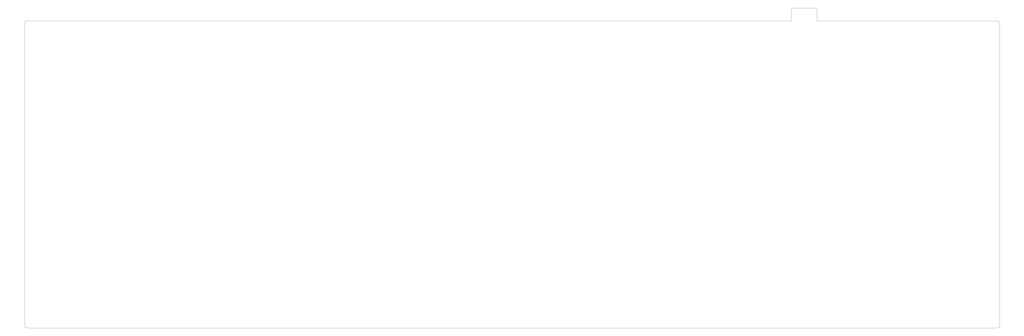
<source format=gbr>
%TF.GenerationSoftware,KiCad,Pcbnew,(5.1.6)-1*%
%TF.CreationDate,2020-08-12T20:07:55+02:00*%
%TF.ProjectId,Proyecto CFSUnderglow,50726f79-6563-4746-9f20-434653556e64,rev?*%
%TF.SameCoordinates,Original*%
%TF.FileFunction,Profile,NP*%
%FSLAX46Y46*%
G04 Gerber Fmt 4.6, Leading zero omitted, Abs format (unit mm)*
G04 Created by KiCad (PCBNEW (5.1.6)-1) date 2020-08-12 20:07:55*
%MOMM*%
%LPD*%
G01*
G04 APERTURE LIST*
%TA.AperFunction,Profile*%
%ADD10C,0.100000*%
%TD*%
G04 APERTURE END LIST*
D10*
X223490000Y-21920000D02*
X-81800000Y-21920000D01*
X223490000Y-16700000D02*
X223490000Y-21920000D01*
X223510000Y-16700000D02*
X223490000Y-16700000D01*
X233720000Y-16700000D02*
X223510000Y-16700000D01*
X233720000Y-21920000D02*
X233720000Y-16700000D01*
X234010000Y-21920000D02*
X233720000Y-21920000D01*
X305700000Y-21920000D02*
X234010000Y-21920000D01*
X305700000Y-21920000D02*
G75*
G02*
X306700000Y-22920000I0J-1000000D01*
G01*
X306700000Y-143700000D02*
G75*
G02*
X305700000Y-144700000I-1000000J0D01*
G01*
X-81800000Y-144700000D02*
G75*
G02*
X-82800000Y-143700000I0J1000000D01*
G01*
X-82800000Y-22920000D02*
G75*
G02*
X-81800000Y-21920000I1000000J0D01*
G01*
X-82800000Y-143700000D02*
X-82800000Y-22920000D01*
X305700000Y-144700000D02*
X-81800000Y-144700000D01*
X306700000Y-22920000D02*
X306700000Y-143700000D01*
M02*

</source>
